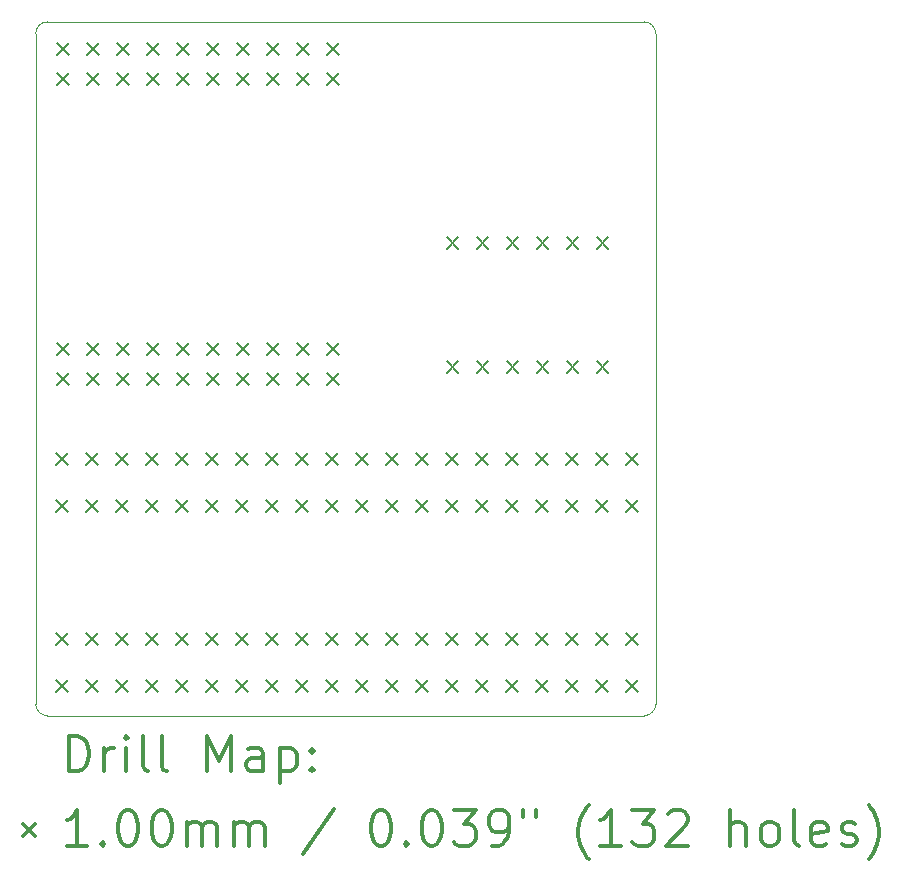
<source format=gbr>
%FSLAX45Y45*%
G04 Gerber Fmt 4.5, Leading zero omitted, Abs format (unit mm)*
G04 Created by KiCad (PCBNEW (5.1.6)-1) date 2021-10-27 15:34:51*
%MOMM*%
%LPD*%
G01*
G04 APERTURE LIST*
%TA.AperFunction,Profile*%
%ADD10C,0.100000*%
%TD*%
%ADD11C,0.200000*%
%ADD12C,0.300000*%
G04 APERTURE END LIST*
D10*
X7400000Y-11925000D02*
G75*
G02*
X7300000Y-11825000I0J100000D01*
G01*
X7300000Y-6150000D02*
X7300000Y-11825000D01*
X7400000Y-11925000D02*
X12450000Y-11925000D01*
X12550000Y-11825000D02*
G75*
G02*
X12450000Y-11925000I-100000J0D01*
G01*
X12550000Y-6150000D02*
X12550000Y-11825000D01*
X12450000Y-6050000D02*
G75*
G02*
X12550000Y-6150000I0J-100000D01*
G01*
X7400000Y-6050000D02*
X12450000Y-6050000D01*
X7300000Y-6150000D02*
G75*
G02*
X7400000Y-6050000I100000J0D01*
G01*
D11*
X10780000Y-7875000D02*
X10880000Y-7975000D01*
X10880000Y-7875000D02*
X10780000Y-7975000D01*
X10780000Y-8925000D02*
X10880000Y-9025000D01*
X10880000Y-8925000D02*
X10780000Y-9025000D01*
X11034000Y-7875000D02*
X11134000Y-7975000D01*
X11134000Y-7875000D02*
X11034000Y-7975000D01*
X11034000Y-8925000D02*
X11134000Y-9025000D01*
X11134000Y-8925000D02*
X11034000Y-9025000D01*
X11288000Y-7875000D02*
X11388000Y-7975000D01*
X11388000Y-7875000D02*
X11288000Y-7975000D01*
X11288000Y-8925000D02*
X11388000Y-9025000D01*
X11388000Y-8925000D02*
X11288000Y-9025000D01*
X11542000Y-7875000D02*
X11642000Y-7975000D01*
X11642000Y-7875000D02*
X11542000Y-7975000D01*
X11542000Y-8925000D02*
X11642000Y-9025000D01*
X11642000Y-8925000D02*
X11542000Y-9025000D01*
X11796000Y-7875000D02*
X11896000Y-7975000D01*
X11896000Y-7875000D02*
X11796000Y-7975000D01*
X11796000Y-8925000D02*
X11896000Y-9025000D01*
X11896000Y-8925000D02*
X11796000Y-9025000D01*
X12050000Y-7875000D02*
X12150000Y-7975000D01*
X12150000Y-7875000D02*
X12050000Y-7975000D01*
X12050000Y-8925000D02*
X12150000Y-9025000D01*
X12150000Y-8925000D02*
X12050000Y-9025000D01*
X7482000Y-6228000D02*
X7582000Y-6328000D01*
X7582000Y-6228000D02*
X7482000Y-6328000D01*
X7482000Y-6482000D02*
X7582000Y-6582000D01*
X7582000Y-6482000D02*
X7482000Y-6582000D01*
X7482000Y-8768000D02*
X7582000Y-8868000D01*
X7582000Y-8768000D02*
X7482000Y-8868000D01*
X7482000Y-9022000D02*
X7582000Y-9122000D01*
X7582000Y-9022000D02*
X7482000Y-9122000D01*
X7736000Y-6228000D02*
X7836000Y-6328000D01*
X7836000Y-6228000D02*
X7736000Y-6328000D01*
X7736000Y-6482000D02*
X7836000Y-6582000D01*
X7836000Y-6482000D02*
X7736000Y-6582000D01*
X7736000Y-8768000D02*
X7836000Y-8868000D01*
X7836000Y-8768000D02*
X7736000Y-8868000D01*
X7736000Y-9022000D02*
X7836000Y-9122000D01*
X7836000Y-9022000D02*
X7736000Y-9122000D01*
X7990000Y-6228000D02*
X8090000Y-6328000D01*
X8090000Y-6228000D02*
X7990000Y-6328000D01*
X7990000Y-6482000D02*
X8090000Y-6582000D01*
X8090000Y-6482000D02*
X7990000Y-6582000D01*
X7990000Y-8768000D02*
X8090000Y-8868000D01*
X8090000Y-8768000D02*
X7990000Y-8868000D01*
X7990000Y-9022000D02*
X8090000Y-9122000D01*
X8090000Y-9022000D02*
X7990000Y-9122000D01*
X8244000Y-6228000D02*
X8344000Y-6328000D01*
X8344000Y-6228000D02*
X8244000Y-6328000D01*
X8244000Y-6482000D02*
X8344000Y-6582000D01*
X8344000Y-6482000D02*
X8244000Y-6582000D01*
X8244000Y-8768000D02*
X8344000Y-8868000D01*
X8344000Y-8768000D02*
X8244000Y-8868000D01*
X8244000Y-9022000D02*
X8344000Y-9122000D01*
X8344000Y-9022000D02*
X8244000Y-9122000D01*
X8498000Y-6228000D02*
X8598000Y-6328000D01*
X8598000Y-6228000D02*
X8498000Y-6328000D01*
X8498000Y-6482000D02*
X8598000Y-6582000D01*
X8598000Y-6482000D02*
X8498000Y-6582000D01*
X8498000Y-8768000D02*
X8598000Y-8868000D01*
X8598000Y-8768000D02*
X8498000Y-8868000D01*
X8498000Y-9022000D02*
X8598000Y-9122000D01*
X8598000Y-9022000D02*
X8498000Y-9122000D01*
X8752000Y-6228000D02*
X8852000Y-6328000D01*
X8852000Y-6228000D02*
X8752000Y-6328000D01*
X8752000Y-6482000D02*
X8852000Y-6582000D01*
X8852000Y-6482000D02*
X8752000Y-6582000D01*
X8752000Y-8768000D02*
X8852000Y-8868000D01*
X8852000Y-8768000D02*
X8752000Y-8868000D01*
X8752000Y-9022000D02*
X8852000Y-9122000D01*
X8852000Y-9022000D02*
X8752000Y-9122000D01*
X9006000Y-6228000D02*
X9106000Y-6328000D01*
X9106000Y-6228000D02*
X9006000Y-6328000D01*
X9006000Y-6482000D02*
X9106000Y-6582000D01*
X9106000Y-6482000D02*
X9006000Y-6582000D01*
X9006000Y-8768000D02*
X9106000Y-8868000D01*
X9106000Y-8768000D02*
X9006000Y-8868000D01*
X9006000Y-9022000D02*
X9106000Y-9122000D01*
X9106000Y-9022000D02*
X9006000Y-9122000D01*
X9260000Y-6228000D02*
X9360000Y-6328000D01*
X9360000Y-6228000D02*
X9260000Y-6328000D01*
X9260000Y-6482000D02*
X9360000Y-6582000D01*
X9360000Y-6482000D02*
X9260000Y-6582000D01*
X9260000Y-8768000D02*
X9360000Y-8868000D01*
X9360000Y-8768000D02*
X9260000Y-8868000D01*
X9260000Y-9022000D02*
X9360000Y-9122000D01*
X9360000Y-9022000D02*
X9260000Y-9122000D01*
X9514000Y-6228000D02*
X9614000Y-6328000D01*
X9614000Y-6228000D02*
X9514000Y-6328000D01*
X9514000Y-6482000D02*
X9614000Y-6582000D01*
X9614000Y-6482000D02*
X9514000Y-6582000D01*
X9514000Y-8768000D02*
X9614000Y-8868000D01*
X9614000Y-8768000D02*
X9514000Y-8868000D01*
X9514000Y-9022000D02*
X9614000Y-9122000D01*
X9614000Y-9022000D02*
X9514000Y-9122000D01*
X9768000Y-6228000D02*
X9868000Y-6328000D01*
X9868000Y-6228000D02*
X9768000Y-6328000D01*
X9768000Y-6482000D02*
X9868000Y-6582000D01*
X9868000Y-6482000D02*
X9768000Y-6582000D01*
X9768000Y-8768000D02*
X9868000Y-8868000D01*
X9868000Y-8768000D02*
X9768000Y-8868000D01*
X9768000Y-9022000D02*
X9868000Y-9122000D01*
X9868000Y-9022000D02*
X9768000Y-9122000D01*
X7474000Y-11625000D02*
X7574000Y-11725000D01*
X7574000Y-11625000D02*
X7474000Y-11725000D01*
X7728000Y-11625000D02*
X7828000Y-11725000D01*
X7828000Y-11625000D02*
X7728000Y-11725000D01*
X7982000Y-11625000D02*
X8082000Y-11725000D01*
X8082000Y-11625000D02*
X7982000Y-11725000D01*
X8236000Y-11625000D02*
X8336000Y-11725000D01*
X8336000Y-11625000D02*
X8236000Y-11725000D01*
X8490000Y-11625000D02*
X8590000Y-11725000D01*
X8590000Y-11625000D02*
X8490000Y-11725000D01*
X8744000Y-11625000D02*
X8844000Y-11725000D01*
X8844000Y-11625000D02*
X8744000Y-11725000D01*
X8998000Y-11625000D02*
X9098000Y-11725000D01*
X9098000Y-11625000D02*
X8998000Y-11725000D01*
X9252000Y-11625000D02*
X9352000Y-11725000D01*
X9352000Y-11625000D02*
X9252000Y-11725000D01*
X9506000Y-11625000D02*
X9606000Y-11725000D01*
X9606000Y-11625000D02*
X9506000Y-11725000D01*
X9760000Y-11625000D02*
X9860000Y-11725000D01*
X9860000Y-11625000D02*
X9760000Y-11725000D01*
X10014000Y-11625000D02*
X10114000Y-11725000D01*
X10114000Y-11625000D02*
X10014000Y-11725000D01*
X10268000Y-11625000D02*
X10368000Y-11725000D01*
X10368000Y-11625000D02*
X10268000Y-11725000D01*
X10522000Y-11625000D02*
X10622000Y-11725000D01*
X10622000Y-11625000D02*
X10522000Y-11725000D01*
X10776000Y-11625000D02*
X10876000Y-11725000D01*
X10876000Y-11625000D02*
X10776000Y-11725000D01*
X11030000Y-11625000D02*
X11130000Y-11725000D01*
X11130000Y-11625000D02*
X11030000Y-11725000D01*
X11284000Y-11625000D02*
X11384000Y-11725000D01*
X11384000Y-11625000D02*
X11284000Y-11725000D01*
X11538000Y-11625000D02*
X11638000Y-11725000D01*
X11638000Y-11625000D02*
X11538000Y-11725000D01*
X11792000Y-11625000D02*
X11892000Y-11725000D01*
X11892000Y-11625000D02*
X11792000Y-11725000D01*
X12046000Y-11625000D02*
X12146000Y-11725000D01*
X12146000Y-11625000D02*
X12046000Y-11725000D01*
X12300000Y-11625000D02*
X12400000Y-11725000D01*
X12400000Y-11625000D02*
X12300000Y-11725000D01*
X7475000Y-9700000D02*
X7575000Y-9800000D01*
X7575000Y-9700000D02*
X7475000Y-9800000D01*
X7475000Y-11224000D02*
X7575000Y-11324000D01*
X7575000Y-11224000D02*
X7475000Y-11324000D01*
X7729000Y-9700000D02*
X7829000Y-9800000D01*
X7829000Y-9700000D02*
X7729000Y-9800000D01*
X7729000Y-11224000D02*
X7829000Y-11324000D01*
X7829000Y-11224000D02*
X7729000Y-11324000D01*
X7983000Y-9700000D02*
X8083000Y-9800000D01*
X8083000Y-9700000D02*
X7983000Y-9800000D01*
X7983000Y-11224000D02*
X8083000Y-11324000D01*
X8083000Y-11224000D02*
X7983000Y-11324000D01*
X8237000Y-9700000D02*
X8337000Y-9800000D01*
X8337000Y-9700000D02*
X8237000Y-9800000D01*
X8237000Y-11224000D02*
X8337000Y-11324000D01*
X8337000Y-11224000D02*
X8237000Y-11324000D01*
X8491000Y-9700000D02*
X8591000Y-9800000D01*
X8591000Y-9700000D02*
X8491000Y-9800000D01*
X8491000Y-11224000D02*
X8591000Y-11324000D01*
X8591000Y-11224000D02*
X8491000Y-11324000D01*
X8745000Y-9700000D02*
X8845000Y-9800000D01*
X8845000Y-9700000D02*
X8745000Y-9800000D01*
X8745000Y-11224000D02*
X8845000Y-11324000D01*
X8845000Y-11224000D02*
X8745000Y-11324000D01*
X8999000Y-9700000D02*
X9099000Y-9800000D01*
X9099000Y-9700000D02*
X8999000Y-9800000D01*
X8999000Y-11224000D02*
X9099000Y-11324000D01*
X9099000Y-11224000D02*
X8999000Y-11324000D01*
X9253000Y-9700000D02*
X9353000Y-9800000D01*
X9353000Y-9700000D02*
X9253000Y-9800000D01*
X9253000Y-11224000D02*
X9353000Y-11324000D01*
X9353000Y-11224000D02*
X9253000Y-11324000D01*
X9507000Y-9700000D02*
X9607000Y-9800000D01*
X9607000Y-9700000D02*
X9507000Y-9800000D01*
X9507000Y-11224000D02*
X9607000Y-11324000D01*
X9607000Y-11224000D02*
X9507000Y-11324000D01*
X9761000Y-9700000D02*
X9861000Y-9800000D01*
X9861000Y-9700000D02*
X9761000Y-9800000D01*
X9761000Y-11224000D02*
X9861000Y-11324000D01*
X9861000Y-11224000D02*
X9761000Y-11324000D01*
X10015000Y-9700000D02*
X10115000Y-9800000D01*
X10115000Y-9700000D02*
X10015000Y-9800000D01*
X10015000Y-11224000D02*
X10115000Y-11324000D01*
X10115000Y-11224000D02*
X10015000Y-11324000D01*
X10269000Y-9700000D02*
X10369000Y-9800000D01*
X10369000Y-9700000D02*
X10269000Y-9800000D01*
X10269000Y-11224000D02*
X10369000Y-11324000D01*
X10369000Y-11224000D02*
X10269000Y-11324000D01*
X10523000Y-9700000D02*
X10623000Y-9800000D01*
X10623000Y-9700000D02*
X10523000Y-9800000D01*
X10523000Y-11224000D02*
X10623000Y-11324000D01*
X10623000Y-11224000D02*
X10523000Y-11324000D01*
X10777000Y-9700000D02*
X10877000Y-9800000D01*
X10877000Y-9700000D02*
X10777000Y-9800000D01*
X10777000Y-11224000D02*
X10877000Y-11324000D01*
X10877000Y-11224000D02*
X10777000Y-11324000D01*
X11031000Y-9700000D02*
X11131000Y-9800000D01*
X11131000Y-9700000D02*
X11031000Y-9800000D01*
X11031000Y-11224000D02*
X11131000Y-11324000D01*
X11131000Y-11224000D02*
X11031000Y-11324000D01*
X11285000Y-9700000D02*
X11385000Y-9800000D01*
X11385000Y-9700000D02*
X11285000Y-9800000D01*
X11285000Y-11224000D02*
X11385000Y-11324000D01*
X11385000Y-11224000D02*
X11285000Y-11324000D01*
X11539000Y-9700000D02*
X11639000Y-9800000D01*
X11639000Y-9700000D02*
X11539000Y-9800000D01*
X11539000Y-11224000D02*
X11639000Y-11324000D01*
X11639000Y-11224000D02*
X11539000Y-11324000D01*
X11793000Y-9700000D02*
X11893000Y-9800000D01*
X11893000Y-9700000D02*
X11793000Y-9800000D01*
X11793000Y-11224000D02*
X11893000Y-11324000D01*
X11893000Y-11224000D02*
X11793000Y-11324000D01*
X12047000Y-9700000D02*
X12147000Y-9800000D01*
X12147000Y-9700000D02*
X12047000Y-9800000D01*
X12047000Y-11224000D02*
X12147000Y-11324000D01*
X12147000Y-11224000D02*
X12047000Y-11324000D01*
X12301000Y-9700000D02*
X12401000Y-9800000D01*
X12401000Y-9700000D02*
X12301000Y-9800000D01*
X12301000Y-11224000D02*
X12401000Y-11324000D01*
X12401000Y-11224000D02*
X12301000Y-11324000D01*
X7474000Y-10100000D02*
X7574000Y-10200000D01*
X7574000Y-10100000D02*
X7474000Y-10200000D01*
X7728000Y-10100000D02*
X7828000Y-10200000D01*
X7828000Y-10100000D02*
X7728000Y-10200000D01*
X7982000Y-10100000D02*
X8082000Y-10200000D01*
X8082000Y-10100000D02*
X7982000Y-10200000D01*
X8236000Y-10100000D02*
X8336000Y-10200000D01*
X8336000Y-10100000D02*
X8236000Y-10200000D01*
X8490000Y-10100000D02*
X8590000Y-10200000D01*
X8590000Y-10100000D02*
X8490000Y-10200000D01*
X8744000Y-10100000D02*
X8844000Y-10200000D01*
X8844000Y-10100000D02*
X8744000Y-10200000D01*
X8998000Y-10100000D02*
X9098000Y-10200000D01*
X9098000Y-10100000D02*
X8998000Y-10200000D01*
X9252000Y-10100000D02*
X9352000Y-10200000D01*
X9352000Y-10100000D02*
X9252000Y-10200000D01*
X9506000Y-10100000D02*
X9606000Y-10200000D01*
X9606000Y-10100000D02*
X9506000Y-10200000D01*
X9760000Y-10100000D02*
X9860000Y-10200000D01*
X9860000Y-10100000D02*
X9760000Y-10200000D01*
X10014000Y-10100000D02*
X10114000Y-10200000D01*
X10114000Y-10100000D02*
X10014000Y-10200000D01*
X10268000Y-10100000D02*
X10368000Y-10200000D01*
X10368000Y-10100000D02*
X10268000Y-10200000D01*
X10522000Y-10100000D02*
X10622000Y-10200000D01*
X10622000Y-10100000D02*
X10522000Y-10200000D01*
X10776000Y-10100000D02*
X10876000Y-10200000D01*
X10876000Y-10100000D02*
X10776000Y-10200000D01*
X11030000Y-10100000D02*
X11130000Y-10200000D01*
X11130000Y-10100000D02*
X11030000Y-10200000D01*
X11284000Y-10100000D02*
X11384000Y-10200000D01*
X11384000Y-10100000D02*
X11284000Y-10200000D01*
X11538000Y-10100000D02*
X11638000Y-10200000D01*
X11638000Y-10100000D02*
X11538000Y-10200000D01*
X11792000Y-10100000D02*
X11892000Y-10200000D01*
X11892000Y-10100000D02*
X11792000Y-10200000D01*
X12046000Y-10100000D02*
X12146000Y-10200000D01*
X12146000Y-10100000D02*
X12046000Y-10200000D01*
X12300000Y-10100000D02*
X12400000Y-10200000D01*
X12400000Y-10100000D02*
X12300000Y-10200000D01*
D12*
X7581428Y-12395714D02*
X7581428Y-12095714D01*
X7652857Y-12095714D01*
X7695714Y-12110000D01*
X7724286Y-12138571D01*
X7738571Y-12167143D01*
X7752857Y-12224286D01*
X7752857Y-12267143D01*
X7738571Y-12324286D01*
X7724286Y-12352857D01*
X7695714Y-12381429D01*
X7652857Y-12395714D01*
X7581428Y-12395714D01*
X7881428Y-12395714D02*
X7881428Y-12195714D01*
X7881428Y-12252857D02*
X7895714Y-12224286D01*
X7910000Y-12210000D01*
X7938571Y-12195714D01*
X7967143Y-12195714D01*
X8067143Y-12395714D02*
X8067143Y-12195714D01*
X8067143Y-12095714D02*
X8052857Y-12110000D01*
X8067143Y-12124286D01*
X8081428Y-12110000D01*
X8067143Y-12095714D01*
X8067143Y-12124286D01*
X8252857Y-12395714D02*
X8224286Y-12381429D01*
X8210000Y-12352857D01*
X8210000Y-12095714D01*
X8410000Y-12395714D02*
X8381428Y-12381429D01*
X8367143Y-12352857D01*
X8367143Y-12095714D01*
X8752857Y-12395714D02*
X8752857Y-12095714D01*
X8852857Y-12310000D01*
X8952857Y-12095714D01*
X8952857Y-12395714D01*
X9224286Y-12395714D02*
X9224286Y-12238571D01*
X9210000Y-12210000D01*
X9181428Y-12195714D01*
X9124286Y-12195714D01*
X9095714Y-12210000D01*
X9224286Y-12381429D02*
X9195714Y-12395714D01*
X9124286Y-12395714D01*
X9095714Y-12381429D01*
X9081428Y-12352857D01*
X9081428Y-12324286D01*
X9095714Y-12295714D01*
X9124286Y-12281429D01*
X9195714Y-12281429D01*
X9224286Y-12267143D01*
X9367143Y-12195714D02*
X9367143Y-12495714D01*
X9367143Y-12210000D02*
X9395714Y-12195714D01*
X9452857Y-12195714D01*
X9481428Y-12210000D01*
X9495714Y-12224286D01*
X9510000Y-12252857D01*
X9510000Y-12338571D01*
X9495714Y-12367143D01*
X9481428Y-12381429D01*
X9452857Y-12395714D01*
X9395714Y-12395714D01*
X9367143Y-12381429D01*
X9638571Y-12367143D02*
X9652857Y-12381429D01*
X9638571Y-12395714D01*
X9624286Y-12381429D01*
X9638571Y-12367143D01*
X9638571Y-12395714D01*
X9638571Y-12210000D02*
X9652857Y-12224286D01*
X9638571Y-12238571D01*
X9624286Y-12224286D01*
X9638571Y-12210000D01*
X9638571Y-12238571D01*
X7195000Y-12840000D02*
X7295000Y-12940000D01*
X7295000Y-12840000D02*
X7195000Y-12940000D01*
X7738571Y-13025714D02*
X7567143Y-13025714D01*
X7652857Y-13025714D02*
X7652857Y-12725714D01*
X7624286Y-12768571D01*
X7595714Y-12797143D01*
X7567143Y-12811429D01*
X7867143Y-12997143D02*
X7881428Y-13011429D01*
X7867143Y-13025714D01*
X7852857Y-13011429D01*
X7867143Y-12997143D01*
X7867143Y-13025714D01*
X8067143Y-12725714D02*
X8095714Y-12725714D01*
X8124286Y-12740000D01*
X8138571Y-12754286D01*
X8152857Y-12782857D01*
X8167143Y-12840000D01*
X8167143Y-12911429D01*
X8152857Y-12968571D01*
X8138571Y-12997143D01*
X8124286Y-13011429D01*
X8095714Y-13025714D01*
X8067143Y-13025714D01*
X8038571Y-13011429D01*
X8024286Y-12997143D01*
X8010000Y-12968571D01*
X7995714Y-12911429D01*
X7995714Y-12840000D01*
X8010000Y-12782857D01*
X8024286Y-12754286D01*
X8038571Y-12740000D01*
X8067143Y-12725714D01*
X8352857Y-12725714D02*
X8381428Y-12725714D01*
X8410000Y-12740000D01*
X8424286Y-12754286D01*
X8438571Y-12782857D01*
X8452857Y-12840000D01*
X8452857Y-12911429D01*
X8438571Y-12968571D01*
X8424286Y-12997143D01*
X8410000Y-13011429D01*
X8381428Y-13025714D01*
X8352857Y-13025714D01*
X8324286Y-13011429D01*
X8310000Y-12997143D01*
X8295714Y-12968571D01*
X8281428Y-12911429D01*
X8281428Y-12840000D01*
X8295714Y-12782857D01*
X8310000Y-12754286D01*
X8324286Y-12740000D01*
X8352857Y-12725714D01*
X8581428Y-13025714D02*
X8581428Y-12825714D01*
X8581428Y-12854286D02*
X8595714Y-12840000D01*
X8624286Y-12825714D01*
X8667143Y-12825714D01*
X8695714Y-12840000D01*
X8710000Y-12868571D01*
X8710000Y-13025714D01*
X8710000Y-12868571D02*
X8724286Y-12840000D01*
X8752857Y-12825714D01*
X8795714Y-12825714D01*
X8824286Y-12840000D01*
X8838571Y-12868571D01*
X8838571Y-13025714D01*
X8981428Y-13025714D02*
X8981428Y-12825714D01*
X8981428Y-12854286D02*
X8995714Y-12840000D01*
X9024286Y-12825714D01*
X9067143Y-12825714D01*
X9095714Y-12840000D01*
X9110000Y-12868571D01*
X9110000Y-13025714D01*
X9110000Y-12868571D02*
X9124286Y-12840000D01*
X9152857Y-12825714D01*
X9195714Y-12825714D01*
X9224286Y-12840000D01*
X9238571Y-12868571D01*
X9238571Y-13025714D01*
X9824286Y-12711429D02*
X9567143Y-13097143D01*
X10210000Y-12725714D02*
X10238571Y-12725714D01*
X10267143Y-12740000D01*
X10281428Y-12754286D01*
X10295714Y-12782857D01*
X10310000Y-12840000D01*
X10310000Y-12911429D01*
X10295714Y-12968571D01*
X10281428Y-12997143D01*
X10267143Y-13011429D01*
X10238571Y-13025714D01*
X10210000Y-13025714D01*
X10181428Y-13011429D01*
X10167143Y-12997143D01*
X10152857Y-12968571D01*
X10138571Y-12911429D01*
X10138571Y-12840000D01*
X10152857Y-12782857D01*
X10167143Y-12754286D01*
X10181428Y-12740000D01*
X10210000Y-12725714D01*
X10438571Y-12997143D02*
X10452857Y-13011429D01*
X10438571Y-13025714D01*
X10424286Y-13011429D01*
X10438571Y-12997143D01*
X10438571Y-13025714D01*
X10638571Y-12725714D02*
X10667143Y-12725714D01*
X10695714Y-12740000D01*
X10710000Y-12754286D01*
X10724286Y-12782857D01*
X10738571Y-12840000D01*
X10738571Y-12911429D01*
X10724286Y-12968571D01*
X10710000Y-12997143D01*
X10695714Y-13011429D01*
X10667143Y-13025714D01*
X10638571Y-13025714D01*
X10610000Y-13011429D01*
X10595714Y-12997143D01*
X10581428Y-12968571D01*
X10567143Y-12911429D01*
X10567143Y-12840000D01*
X10581428Y-12782857D01*
X10595714Y-12754286D01*
X10610000Y-12740000D01*
X10638571Y-12725714D01*
X10838571Y-12725714D02*
X11024286Y-12725714D01*
X10924286Y-12840000D01*
X10967143Y-12840000D01*
X10995714Y-12854286D01*
X11010000Y-12868571D01*
X11024286Y-12897143D01*
X11024286Y-12968571D01*
X11010000Y-12997143D01*
X10995714Y-13011429D01*
X10967143Y-13025714D01*
X10881428Y-13025714D01*
X10852857Y-13011429D01*
X10838571Y-12997143D01*
X11167143Y-13025714D02*
X11224286Y-13025714D01*
X11252857Y-13011429D01*
X11267143Y-12997143D01*
X11295714Y-12954286D01*
X11310000Y-12897143D01*
X11310000Y-12782857D01*
X11295714Y-12754286D01*
X11281428Y-12740000D01*
X11252857Y-12725714D01*
X11195714Y-12725714D01*
X11167143Y-12740000D01*
X11152857Y-12754286D01*
X11138571Y-12782857D01*
X11138571Y-12854286D01*
X11152857Y-12882857D01*
X11167143Y-12897143D01*
X11195714Y-12911429D01*
X11252857Y-12911429D01*
X11281428Y-12897143D01*
X11295714Y-12882857D01*
X11310000Y-12854286D01*
X11424286Y-12725714D02*
X11424286Y-12782857D01*
X11538571Y-12725714D02*
X11538571Y-12782857D01*
X11981428Y-13140000D02*
X11967143Y-13125714D01*
X11938571Y-13082857D01*
X11924286Y-13054286D01*
X11910000Y-13011429D01*
X11895714Y-12940000D01*
X11895714Y-12882857D01*
X11910000Y-12811429D01*
X11924286Y-12768571D01*
X11938571Y-12740000D01*
X11967143Y-12697143D01*
X11981428Y-12682857D01*
X12252857Y-13025714D02*
X12081428Y-13025714D01*
X12167143Y-13025714D02*
X12167143Y-12725714D01*
X12138571Y-12768571D01*
X12110000Y-12797143D01*
X12081428Y-12811429D01*
X12352857Y-12725714D02*
X12538571Y-12725714D01*
X12438571Y-12840000D01*
X12481428Y-12840000D01*
X12510000Y-12854286D01*
X12524286Y-12868571D01*
X12538571Y-12897143D01*
X12538571Y-12968571D01*
X12524286Y-12997143D01*
X12510000Y-13011429D01*
X12481428Y-13025714D01*
X12395714Y-13025714D01*
X12367143Y-13011429D01*
X12352857Y-12997143D01*
X12652857Y-12754286D02*
X12667143Y-12740000D01*
X12695714Y-12725714D01*
X12767143Y-12725714D01*
X12795714Y-12740000D01*
X12810000Y-12754286D01*
X12824286Y-12782857D01*
X12824286Y-12811429D01*
X12810000Y-12854286D01*
X12638571Y-13025714D01*
X12824286Y-13025714D01*
X13181428Y-13025714D02*
X13181428Y-12725714D01*
X13310000Y-13025714D02*
X13310000Y-12868571D01*
X13295714Y-12840000D01*
X13267143Y-12825714D01*
X13224286Y-12825714D01*
X13195714Y-12840000D01*
X13181428Y-12854286D01*
X13495714Y-13025714D02*
X13467143Y-13011429D01*
X13452857Y-12997143D01*
X13438571Y-12968571D01*
X13438571Y-12882857D01*
X13452857Y-12854286D01*
X13467143Y-12840000D01*
X13495714Y-12825714D01*
X13538571Y-12825714D01*
X13567143Y-12840000D01*
X13581428Y-12854286D01*
X13595714Y-12882857D01*
X13595714Y-12968571D01*
X13581428Y-12997143D01*
X13567143Y-13011429D01*
X13538571Y-13025714D01*
X13495714Y-13025714D01*
X13767143Y-13025714D02*
X13738571Y-13011429D01*
X13724286Y-12982857D01*
X13724286Y-12725714D01*
X13995714Y-13011429D02*
X13967143Y-13025714D01*
X13910000Y-13025714D01*
X13881428Y-13011429D01*
X13867143Y-12982857D01*
X13867143Y-12868571D01*
X13881428Y-12840000D01*
X13910000Y-12825714D01*
X13967143Y-12825714D01*
X13995714Y-12840000D01*
X14010000Y-12868571D01*
X14010000Y-12897143D01*
X13867143Y-12925714D01*
X14124286Y-13011429D02*
X14152857Y-13025714D01*
X14210000Y-13025714D01*
X14238571Y-13011429D01*
X14252857Y-12982857D01*
X14252857Y-12968571D01*
X14238571Y-12940000D01*
X14210000Y-12925714D01*
X14167143Y-12925714D01*
X14138571Y-12911429D01*
X14124286Y-12882857D01*
X14124286Y-12868571D01*
X14138571Y-12840000D01*
X14167143Y-12825714D01*
X14210000Y-12825714D01*
X14238571Y-12840000D01*
X14352857Y-13140000D02*
X14367143Y-13125714D01*
X14395714Y-13082857D01*
X14410000Y-13054286D01*
X14424286Y-13011429D01*
X14438571Y-12940000D01*
X14438571Y-12882857D01*
X14424286Y-12811429D01*
X14410000Y-12768571D01*
X14395714Y-12740000D01*
X14367143Y-12697143D01*
X14352857Y-12682857D01*
M02*

</source>
